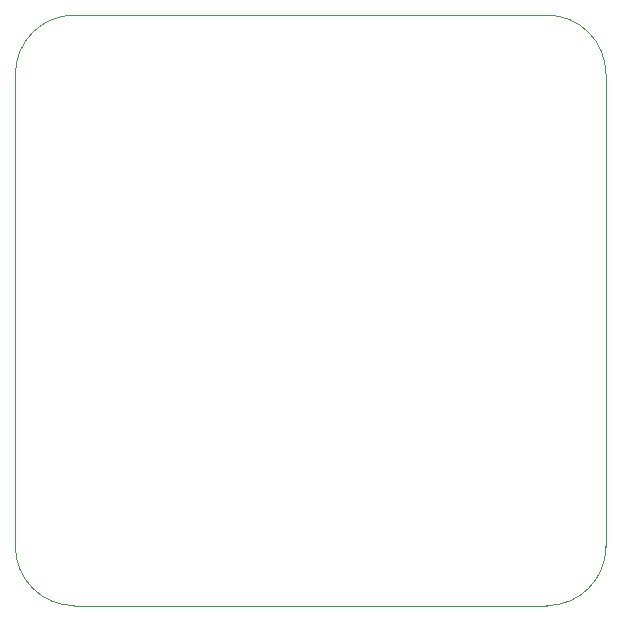
<source format=gm1>
%TF.GenerationSoftware,KiCad,Pcbnew,6.0.2+dfsg-1*%
%TF.CreationDate,2023-09-26T22:36:56+02:00*%
%TF.ProjectId,presence_sensor,70726573-656e-4636-955f-73656e736f72,rev?*%
%TF.SameCoordinates,Original*%
%TF.FileFunction,Profile,NP*%
%FSLAX46Y46*%
G04 Gerber Fmt 4.6, Leading zero omitted, Abs format (unit mm)*
G04 Created by KiCad (PCBNEW 6.0.2+dfsg-1) date 2023-09-26 22:36:56*
%MOMM*%
%LPD*%
G01*
G04 APERTURE LIST*
%TA.AperFunction,Profile*%
%ADD10C,0.100000*%
%TD*%
G04 APERTURE END LIST*
D10*
X100000000Y-55000000D02*
G75*
G03*
X95000000Y-50000000I-5000000J0D01*
G01*
X95000000Y-100000000D02*
X55000000Y-100000000D01*
X95000000Y-100000000D02*
G75*
G03*
X100000000Y-95000000I0J5000000D01*
G01*
X55000000Y-50000000D02*
G75*
G03*
X50000000Y-55000000I0J-5000000D01*
G01*
X100000000Y-55000000D02*
X100000000Y-95000000D01*
X50000000Y-95000000D02*
G75*
G03*
X55000000Y-100000000I5000000J0D01*
G01*
X55000000Y-50000000D02*
X95000000Y-50000000D01*
X50000000Y-95000000D02*
X50000000Y-55000000D01*
M02*

</source>
